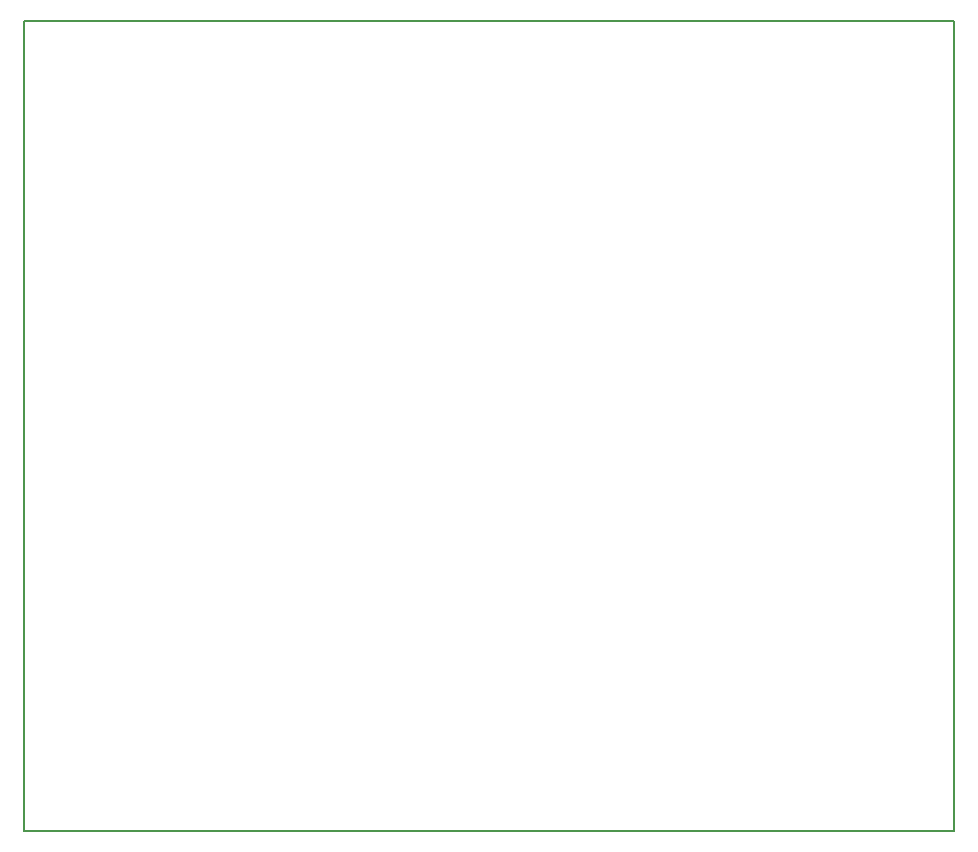
<source format=gbr>
G04 #@! TF.FileFunction,Profile,NP*
%FSLAX46Y46*%
G04 Gerber Fmt 4.6, Leading zero omitted, Abs format (unit mm)*
G04 Created by KiCad (PCBNEW 4.0.5) date 10/24/17 15:29:36*
%MOMM*%
%LPD*%
G01*
G04 APERTURE LIST*
%ADD10C,0.100000*%
%ADD11C,0.150000*%
G04 APERTURE END LIST*
D10*
D11*
X231140000Y-109220000D02*
X152400000Y-109220000D01*
X231140000Y-40640000D02*
X231140000Y-109220000D01*
X152400000Y-40640000D02*
X231140000Y-40640000D01*
X152400000Y-109220000D02*
X152400000Y-40640000D01*
M02*

</source>
